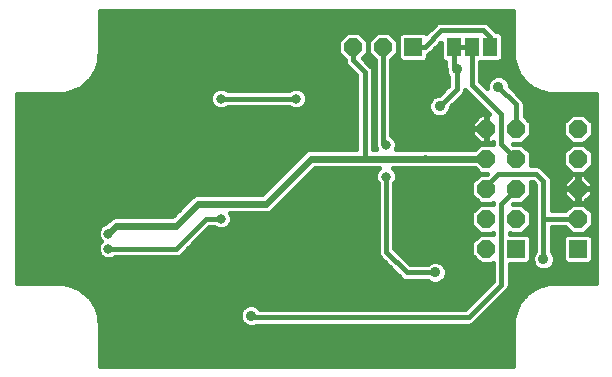
<source format=gbl>
G75*
G70*
%OFA0B0*%
%FSLAX24Y24*%
%IPPOS*%
%LPD*%
%AMOC8*
5,1,8,0,0,1.08239X$1,22.5*
%
%ADD10R,0.0600X0.0600*%
%ADD11OC8,0.0600*%
%ADD12R,0.0460X0.0630*%
%ADD13C,0.0160*%
%ADD14C,0.0320*%
%ADD15C,0.0240*%
%ADD16C,0.0356*%
D10*
X020739Y007519D03*
X022798Y007519D03*
X017302Y014243D03*
D11*
X016302Y014243D03*
X015302Y014243D03*
X019739Y011519D03*
X020739Y011519D03*
X020739Y010519D03*
X019739Y010519D03*
X019739Y009519D03*
X020739Y009519D03*
X020739Y008519D03*
X019739Y008519D03*
X019739Y007519D03*
X022798Y008519D03*
X022798Y009519D03*
X022798Y010519D03*
X022798Y011519D03*
D12*
X019855Y014243D03*
X019255Y014243D03*
X018655Y014243D03*
D13*
X006856Y004917D02*
X006856Y003617D01*
X020630Y003617D01*
X020630Y004917D01*
X020624Y004923D01*
X020630Y004999D01*
X020630Y005074D01*
X020635Y005080D01*
X020637Y005107D01*
X020629Y005121D01*
X020643Y005188D01*
X020648Y005256D01*
X020660Y005267D01*
X020668Y005302D01*
X020661Y005316D01*
X020685Y005381D01*
X020700Y005448D01*
X020713Y005456D01*
X020726Y005490D01*
X020721Y005505D01*
X020754Y005565D01*
X020778Y005630D01*
X020793Y005636D01*
X019955Y005636D01*
X019796Y005478D02*
X020721Y005478D01*
X020662Y005319D02*
X019638Y005319D01*
X019479Y005161D02*
X020637Y005161D01*
X020630Y005002D02*
X019321Y005002D01*
X019313Y004994D02*
X020476Y006158D01*
X020519Y006261D01*
X020519Y006372D01*
X020519Y007019D01*
X021122Y007019D01*
X021239Y007136D01*
X021239Y007902D01*
X021122Y008019D01*
X020519Y008019D01*
X020519Y008032D01*
X020532Y008019D01*
X020946Y008019D01*
X021239Y008312D01*
X021239Y008726D01*
X020946Y009019D01*
X021239Y009312D01*
X021239Y009726D01*
X021234Y009731D01*
X021284Y009731D01*
X021370Y009645D01*
X021370Y008463D01*
X021370Y007421D01*
X021330Y007381D01*
X021272Y007242D01*
X021272Y007091D01*
X021330Y006952D01*
X021436Y006846D01*
X021575Y006789D01*
X021726Y006789D01*
X021865Y006846D01*
X021971Y006952D01*
X022029Y007091D01*
X022029Y007242D01*
X021971Y007381D01*
X021930Y007421D01*
X021930Y008239D01*
X022371Y008239D01*
X022591Y008019D01*
X023005Y008019D01*
X023298Y008312D01*
X023298Y008726D01*
X023005Y009019D01*
X022591Y009019D01*
X022371Y008799D01*
X021930Y008799D01*
X021930Y009705D01*
X021930Y009817D01*
X021888Y009920D01*
X021559Y010249D01*
X021456Y010291D01*
X021345Y010291D01*
X021218Y010291D01*
X021239Y010312D01*
X021239Y010726D01*
X020946Y011019D01*
X021239Y011312D01*
X021239Y011726D01*
X021019Y011946D01*
X021019Y012272D01*
X021019Y012384D01*
X020976Y012487D01*
X020529Y012935D01*
X020529Y012992D01*
X020471Y013131D01*
X020365Y013237D01*
X020226Y013295D01*
X020075Y013295D01*
X019936Y013237D01*
X019830Y013131D01*
X019772Y012992D01*
X019772Y012864D01*
X019535Y013102D01*
X019535Y013728D01*
X019542Y013728D01*
X020168Y013728D01*
X020285Y013846D01*
X020285Y014641D01*
X020168Y014758D01*
X020075Y014758D01*
X019886Y014948D01*
X019807Y015026D01*
X019704Y015069D01*
X018180Y015069D01*
X018077Y015026D01*
X017998Y014948D01*
X017739Y014689D01*
X017685Y014743D01*
X016919Y014743D01*
X016802Y014626D01*
X016802Y013861D01*
X016919Y013743D01*
X017685Y013743D01*
X017802Y013861D01*
X017802Y013987D01*
X017848Y014006D01*
X017927Y014085D01*
X018225Y014383D01*
X018225Y013846D01*
X018342Y013728D01*
X018375Y013728D01*
X018375Y013651D01*
X018375Y013539D01*
X018384Y013517D01*
X018384Y013412D01*
X018442Y013273D01*
X018482Y013233D01*
X018482Y012959D01*
X018170Y012647D01*
X018113Y012647D01*
X017974Y012590D01*
X017867Y012483D01*
X017810Y012344D01*
X017810Y012194D01*
X017867Y012055D01*
X017974Y011949D01*
X018113Y011891D01*
X018263Y011891D01*
X018402Y011949D01*
X018508Y012055D01*
X018566Y012194D01*
X018566Y012251D01*
X018921Y012606D01*
X019000Y012685D01*
X019042Y012788D01*
X019042Y012803D01*
X019846Y011999D01*
X019759Y011999D01*
X019759Y011539D01*
X019719Y011539D01*
X019719Y011499D01*
X019759Y011499D01*
X019759Y011039D01*
X019938Y011039D01*
X019959Y011060D01*
X019959Y011006D01*
X019946Y011019D01*
X019532Y011019D01*
X019352Y010839D01*
X017774Y010839D01*
X017733Y010854D01*
X017621Y010850D01*
X017598Y010839D01*
X016732Y010839D01*
X016760Y010908D01*
X016760Y011051D01*
X016706Y011183D01*
X016604Y011284D01*
X016582Y011294D01*
X016582Y013816D01*
X016802Y014036D01*
X016802Y014451D01*
X016509Y014743D01*
X016095Y014743D01*
X015802Y014451D01*
X015509Y014743D01*
X015095Y014743D01*
X014802Y014451D01*
X014802Y014036D01*
X015022Y013816D01*
X015022Y013749D01*
X015065Y013646D01*
X015410Y013301D01*
X015410Y010839D01*
X013964Y010839D01*
X013837Y010839D01*
X013719Y010790D01*
X012268Y009339D01*
X010214Y009339D01*
X010087Y009339D01*
X009969Y009290D01*
X009268Y008589D01*
X007464Y008589D01*
X007337Y008589D01*
X007219Y008540D01*
X007043Y008364D01*
X006947Y008324D01*
X006845Y008223D01*
X006790Y008091D01*
X006790Y007947D01*
X006845Y007815D01*
X006891Y007769D01*
X006845Y007723D01*
X006790Y007591D01*
X006790Y007447D01*
X006845Y007315D01*
X006947Y007214D01*
X007079Y007159D01*
X007222Y007159D01*
X007354Y007214D01*
X007380Y007239D01*
X009345Y007239D01*
X009456Y007239D01*
X009559Y007282D01*
X010516Y008239D01*
X010671Y008239D01*
X010697Y008214D01*
X010829Y008159D01*
X010972Y008159D01*
X011104Y008214D01*
X011206Y008315D01*
X011260Y008447D01*
X011260Y008591D01*
X011216Y008699D01*
X012464Y008699D01*
X012582Y008748D01*
X012672Y008838D01*
X014033Y010199D01*
X015837Y010199D01*
X016174Y010199D01*
X016095Y010121D01*
X016040Y009988D01*
X016040Y009845D01*
X016095Y009713D01*
X016120Y009688D01*
X016120Y007361D01*
X016163Y007258D01*
X016242Y007179D01*
X016937Y006484D01*
X017040Y006442D01*
X017151Y006442D01*
X017785Y006442D01*
X017825Y006401D01*
X017964Y006344D01*
X018115Y006344D01*
X018254Y006401D01*
X018360Y006508D01*
X018418Y006647D01*
X018418Y006797D01*
X018360Y006936D01*
X018254Y007042D01*
X018115Y007100D01*
X017964Y007100D01*
X017825Y007042D01*
X017785Y007002D01*
X017211Y007002D01*
X016680Y007533D01*
X016680Y009688D01*
X016706Y009713D01*
X016760Y009845D01*
X016760Y009988D01*
X016706Y010121D01*
X016627Y010199D01*
X017768Y010199D01*
X019352Y010199D01*
X019532Y010019D01*
X019239Y009726D01*
X019239Y009312D01*
X019532Y009019D01*
X019239Y008726D01*
X019239Y008312D01*
X019532Y008019D01*
X019239Y007726D01*
X019239Y007312D01*
X019532Y007019D01*
X019946Y007019D01*
X019959Y007032D01*
X019959Y006432D01*
X019038Y005512D01*
X012208Y005512D01*
X012115Y005605D01*
X011976Y005663D01*
X011825Y005663D01*
X011686Y005605D01*
X011580Y005499D01*
X011522Y005360D01*
X011522Y005210D01*
X011580Y005071D01*
X011686Y004964D01*
X011825Y004907D01*
X011976Y004907D01*
X012089Y004954D01*
X012095Y004952D01*
X012121Y004952D01*
X012147Y004946D01*
X012176Y004952D01*
X019099Y004952D01*
X019210Y004952D01*
X019313Y004994D01*
X019154Y005232D02*
X020239Y006316D01*
X020239Y009019D01*
X020739Y009519D01*
X021239Y009441D02*
X021370Y009441D01*
X021370Y009283D02*
X021210Y009283D01*
X021051Y009124D02*
X021370Y009124D01*
X021370Y008966D02*
X020999Y008966D01*
X020946Y009019D02*
X020635Y009019D01*
X020635Y009019D01*
X020946Y009019D01*
X021158Y008807D02*
X021370Y008807D01*
X021370Y008649D02*
X021239Y008649D01*
X021239Y008490D02*
X021370Y008490D01*
X021370Y008332D02*
X021239Y008332D01*
X021370Y008173D02*
X021100Y008173D01*
X021126Y008014D02*
X021370Y008014D01*
X021370Y007856D02*
X021239Y007856D01*
X021239Y007697D02*
X021370Y007697D01*
X021370Y007539D02*
X021239Y007539D01*
X021239Y007380D02*
X021330Y007380D01*
X021272Y007222D02*
X021239Y007222D01*
X021284Y007063D02*
X021166Y007063D01*
X021378Y006905D02*
X020519Y006905D01*
X020519Y006746D02*
X023386Y006746D01*
X023386Y006588D02*
X020519Y006588D01*
X020519Y006429D02*
X023386Y006429D01*
X023386Y006373D02*
X022085Y006373D01*
X022079Y006378D01*
X022004Y006373D01*
X021928Y006373D01*
X021922Y006367D01*
X021895Y006365D01*
X021881Y006374D01*
X021814Y006359D01*
X021746Y006354D01*
X021735Y006342D01*
X021700Y006334D01*
X021686Y006341D01*
X021622Y006317D01*
X021554Y006303D01*
X021546Y006289D01*
X021513Y006276D01*
X021497Y006281D01*
X021437Y006248D01*
X021373Y006224D01*
X021366Y006209D01*
X021335Y006193D01*
X021319Y006195D01*
X021264Y006154D01*
X021204Y006121D01*
X021199Y006105D01*
X021171Y006084D01*
X021154Y006084D01*
X021106Y006036D01*
X021051Y005995D01*
X021049Y005978D01*
X021024Y005953D01*
X020272Y005953D01*
X020114Y005795D02*
X020879Y005795D01*
X020881Y005799D02*
X020848Y005738D01*
X020807Y005684D01*
X020810Y005667D01*
X020793Y005636D01*
X020881Y005799D02*
X020897Y005803D01*
X020918Y005832D01*
X020918Y005848D01*
X020967Y005896D01*
X021008Y005951D01*
X021024Y005953D01*
X021201Y006112D02*
X020431Y006112D01*
X020519Y006270D02*
X021478Y006270D01*
X021923Y006905D02*
X023386Y006905D01*
X023386Y007063D02*
X023225Y007063D01*
X023181Y007019D02*
X023298Y007136D01*
X023298Y007902D01*
X023181Y008019D01*
X022415Y008019D01*
X022298Y007902D01*
X022298Y007136D01*
X022415Y007019D01*
X023181Y007019D01*
X023298Y007222D02*
X023386Y007222D01*
X023386Y007380D02*
X023298Y007380D01*
X023298Y007539D02*
X023386Y007539D01*
X023386Y007697D02*
X023298Y007697D01*
X023298Y007856D02*
X023386Y007856D01*
X023386Y008014D02*
X023186Y008014D01*
X023159Y008173D02*
X023386Y008173D01*
X023386Y008332D02*
X023298Y008332D01*
X023298Y008490D02*
X023386Y008490D01*
X023386Y008649D02*
X023298Y008649D01*
X023217Y008807D02*
X023386Y008807D01*
X023386Y008966D02*
X023059Y008966D01*
X022997Y009039D02*
X023278Y009320D01*
X023278Y009499D01*
X022818Y009499D01*
X022818Y009039D01*
X022997Y009039D01*
X023082Y009124D02*
X023386Y009124D01*
X023386Y009283D02*
X023241Y009283D01*
X023278Y009441D02*
X023386Y009441D01*
X023278Y009539D02*
X023278Y009718D01*
X022997Y009999D01*
X022818Y009999D01*
X022818Y009539D01*
X022778Y009539D01*
X022778Y009499D01*
X022318Y009499D01*
X022318Y009320D01*
X022599Y009039D01*
X022778Y009039D01*
X022778Y009499D01*
X022818Y009499D01*
X022818Y009539D01*
X023278Y009539D01*
X023278Y009600D02*
X023386Y009600D01*
X023386Y009758D02*
X023237Y009758D01*
X023386Y009917D02*
X023079Y009917D01*
X023005Y010019D02*
X023298Y010312D01*
X023298Y010726D01*
X023005Y011019D01*
X022591Y011019D01*
X022298Y010726D01*
X022298Y010312D01*
X022591Y010019D01*
X023005Y010019D01*
X023062Y010076D02*
X023386Y010076D01*
X023386Y010234D02*
X023220Y010234D01*
X023298Y010393D02*
X023386Y010393D01*
X023386Y010551D02*
X023298Y010551D01*
X023298Y010710D02*
X023386Y010710D01*
X023386Y010868D02*
X023156Y010868D01*
X023005Y011019D02*
X023298Y011312D01*
X023298Y011726D01*
X023005Y012019D01*
X022591Y012019D01*
X022298Y011726D01*
X022298Y011312D01*
X022591Y011019D01*
X023005Y011019D01*
X023013Y011027D02*
X023386Y011027D01*
X023386Y011185D02*
X023171Y011185D01*
X023298Y011344D02*
X023386Y011344D01*
X023386Y011502D02*
X023298Y011502D01*
X023298Y011661D02*
X023386Y011661D01*
X023386Y011819D02*
X023205Y011819D01*
X023046Y011978D02*
X023386Y011978D01*
X023386Y012137D02*
X021019Y012137D01*
X021019Y012295D02*
X023386Y012295D01*
X023386Y012454D02*
X020990Y012454D01*
X020851Y012612D02*
X023386Y012612D01*
X023386Y012666D02*
X023386Y006373D01*
X022371Y007063D02*
X022017Y007063D01*
X022029Y007222D02*
X022298Y007222D01*
X022298Y007380D02*
X021971Y007380D01*
X021930Y007539D02*
X022298Y007539D01*
X022298Y007697D02*
X021930Y007697D01*
X021930Y007856D02*
X022298Y007856D01*
X022411Y008014D02*
X021930Y008014D01*
X021930Y008173D02*
X022437Y008173D01*
X022798Y008519D02*
X021650Y008519D01*
X021650Y009761D01*
X021400Y010011D01*
X020150Y010011D01*
X019739Y009600D01*
X019739Y009519D01*
X019239Y009441D02*
X016680Y009441D01*
X016680Y009283D02*
X019268Y009283D01*
X019427Y009124D02*
X016680Y009124D01*
X016680Y008966D02*
X019479Y008966D01*
X019532Y009019D02*
X019946Y009019D01*
X019959Y009006D01*
X019959Y009032D01*
X019946Y009019D01*
X019532Y009019D01*
X019320Y008807D02*
X016680Y008807D01*
X016680Y008649D02*
X019239Y008649D01*
X019239Y008490D02*
X016680Y008490D01*
X016680Y008332D02*
X019239Y008332D01*
X019378Y008173D02*
X016680Y008173D01*
X016680Y008014D02*
X019527Y008014D01*
X019532Y008019D02*
X019946Y008019D01*
X019959Y008006D01*
X019959Y008032D01*
X019946Y008019D01*
X019532Y008019D01*
X019369Y007856D02*
X016680Y007856D01*
X016680Y007697D02*
X019239Y007697D01*
X019239Y007539D02*
X016680Y007539D01*
X016833Y007380D02*
X019239Y007380D01*
X019329Y007222D02*
X016991Y007222D01*
X017150Y007063D02*
X017876Y007063D01*
X018203Y007063D02*
X019488Y007063D01*
X019959Y006905D02*
X018373Y006905D01*
X018418Y006746D02*
X019959Y006746D01*
X019959Y006588D02*
X018393Y006588D01*
X018281Y006429D02*
X019956Y006429D01*
X019797Y006270D02*
X006008Y006270D01*
X005989Y006281D02*
X005973Y006276D01*
X005940Y006289D01*
X005931Y006303D01*
X005864Y006317D01*
X005800Y006341D01*
X005786Y006334D01*
X005751Y006342D01*
X005740Y006354D01*
X005672Y006359D01*
X005605Y006374D01*
X005591Y006365D01*
X005564Y006367D01*
X005558Y006373D01*
X005482Y006373D01*
X005407Y006378D01*
X005401Y006373D01*
X004100Y006373D01*
X004100Y012666D01*
X005401Y012666D01*
X005407Y012660D01*
X005482Y012666D01*
X005558Y012666D01*
X005564Y012671D01*
X005591Y012673D01*
X005605Y012664D01*
X005672Y012679D01*
X005740Y012684D01*
X005751Y012696D01*
X005786Y012704D01*
X005800Y012697D01*
X005864Y012721D01*
X005931Y012736D01*
X005940Y012749D01*
X005973Y012762D01*
X005989Y012757D01*
X006049Y012790D01*
X006113Y012814D01*
X006120Y012829D01*
X006151Y012846D01*
X006167Y012843D01*
X006222Y012884D01*
X006282Y012917D01*
X006287Y012933D01*
X006315Y012954D01*
X006332Y012954D01*
X006380Y013002D01*
X006435Y013044D01*
X006437Y013060D01*
X006462Y013085D01*
X006478Y013087D01*
X006519Y013142D01*
X006568Y013190D01*
X006568Y013207D01*
X006589Y013235D01*
X006605Y013240D01*
X006637Y013300D01*
X006679Y013354D01*
X006676Y013371D01*
X006693Y013402D01*
X006708Y013408D01*
X006732Y013473D01*
X006765Y013533D01*
X006760Y013548D01*
X006773Y013582D01*
X006786Y013590D01*
X006801Y013657D01*
X006825Y013722D01*
X015033Y013722D01*
X014958Y013881D02*
X006849Y013881D01*
X006843Y013850D02*
X006857Y013917D01*
X006849Y013931D01*
X006850Y013958D01*
X006856Y013964D01*
X006856Y014039D01*
X014802Y014039D01*
X014802Y014198D02*
X006856Y014198D01*
X006856Y014121D02*
X006856Y015421D01*
X020630Y015421D01*
X020630Y014121D01*
X020624Y014115D01*
X020630Y014039D01*
X020285Y014039D01*
X020285Y013881D02*
X020636Y013881D01*
X020643Y013850D02*
X020648Y013782D01*
X020660Y013771D01*
X020668Y013736D01*
X020661Y013722D01*
X019535Y013722D01*
X019535Y013563D02*
X020720Y013563D01*
X020726Y013548D02*
X020721Y013533D01*
X020754Y013473D01*
X020778Y013408D01*
X020793Y013402D01*
X020810Y013371D01*
X020807Y013354D01*
X020848Y013300D01*
X020881Y013240D01*
X020897Y013235D01*
X020918Y013207D01*
X020918Y013190D01*
X020967Y013142D01*
X021008Y013087D01*
X021024Y013085D01*
X021049Y013060D01*
X021051Y013044D01*
X021106Y013002D01*
X021154Y012954D01*
X021171Y012954D01*
X021199Y012933D01*
X021204Y012917D01*
X021264Y012884D01*
X021319Y012843D01*
X021335Y012846D01*
X021366Y012829D01*
X021373Y012814D01*
X021437Y012790D01*
X021497Y012757D01*
X021513Y012762D01*
X021546Y012749D01*
X021554Y012736D01*
X021621Y012721D01*
X021686Y012697D01*
X021700Y012704D01*
X021735Y012696D01*
X021746Y012684D01*
X021814Y012679D01*
X021881Y012664D01*
X021895Y012673D01*
X021922Y012671D01*
X021928Y012666D01*
X022004Y012666D01*
X022079Y012660D01*
X022085Y012666D01*
X023386Y012666D01*
X022550Y011978D02*
X021019Y011978D01*
X021146Y011819D02*
X022391Y011819D01*
X022298Y011661D02*
X021239Y011661D01*
X021239Y011502D02*
X022298Y011502D01*
X022298Y011344D02*
X021239Y011344D01*
X021112Y011185D02*
X022425Y011185D01*
X022583Y011027D02*
X020954Y011027D01*
X020946Y011019D02*
X020635Y011019D01*
X020635Y011019D01*
X020946Y011019D01*
X021097Y010868D02*
X022440Y010868D01*
X022298Y010710D02*
X021239Y010710D01*
X021239Y010551D02*
X022298Y010551D01*
X022298Y010393D02*
X021239Y010393D01*
X021574Y010234D02*
X022376Y010234D01*
X022535Y010076D02*
X021732Y010076D01*
X021889Y009917D02*
X022517Y009917D01*
X022599Y009999D02*
X022318Y009718D01*
X022318Y009539D01*
X022778Y009539D01*
X022778Y009999D01*
X022599Y009999D01*
X022778Y009917D02*
X022818Y009917D01*
X022818Y009758D02*
X022778Y009758D01*
X022778Y009600D02*
X022818Y009600D01*
X022818Y009441D02*
X022778Y009441D01*
X022778Y009283D02*
X022818Y009283D01*
X022818Y009124D02*
X022778Y009124D01*
X022514Y009124D02*
X021930Y009124D01*
X021930Y008966D02*
X022538Y008966D01*
X022379Y008807D02*
X021930Y008807D01*
X021650Y008519D02*
X021650Y007167D01*
X019959Y008014D02*
X019951Y008014D01*
X018039Y006722D02*
X017095Y006722D01*
X016400Y007417D01*
X016400Y009917D01*
X016040Y009917D02*
X013751Y009917D01*
X013909Y010076D02*
X016077Y010076D01*
X016076Y009758D02*
X013592Y009758D01*
X013434Y009600D02*
X016120Y009600D01*
X016120Y009441D02*
X013275Y009441D01*
X013117Y009283D02*
X016120Y009283D01*
X016120Y009124D02*
X012958Y009124D01*
X012800Y008966D02*
X016120Y008966D01*
X016120Y008807D02*
X012641Y008807D01*
X012370Y009441D02*
X004100Y009441D01*
X004100Y009283D02*
X009962Y009283D01*
X009803Y009124D02*
X004100Y009124D01*
X004100Y008966D02*
X009645Y008966D01*
X009486Y008807D02*
X004100Y008807D01*
X004100Y008649D02*
X009327Y008649D01*
X010400Y008519D02*
X010900Y008519D01*
X011236Y008649D02*
X016120Y008649D01*
X016120Y008490D02*
X011260Y008490D01*
X011212Y008332D02*
X016120Y008332D01*
X016120Y008173D02*
X011006Y008173D01*
X010795Y008173D02*
X010450Y008173D01*
X010292Y008014D02*
X016120Y008014D01*
X016120Y007856D02*
X010133Y007856D01*
X009975Y007697D02*
X016120Y007697D01*
X016120Y007539D02*
X009816Y007539D01*
X009658Y007380D02*
X016120Y007380D01*
X016199Y007222D02*
X007362Y007222D01*
X007150Y007519D02*
X009400Y007519D01*
X010400Y008519D01*
X012529Y009600D02*
X004100Y009600D01*
X004100Y009758D02*
X012687Y009758D01*
X012846Y009917D02*
X004100Y009917D01*
X004100Y010076D02*
X013004Y010076D01*
X013163Y010234D02*
X004100Y010234D01*
X004100Y010393D02*
X013321Y010393D01*
X013480Y010551D02*
X004100Y010551D01*
X004100Y010710D02*
X013639Y010710D01*
X015410Y010868D02*
X004100Y010868D01*
X004100Y011027D02*
X015410Y011027D01*
X015410Y011185D02*
X004100Y011185D01*
X004100Y011344D02*
X015410Y011344D01*
X015410Y011502D02*
X004100Y011502D01*
X004100Y011661D02*
X015410Y011661D01*
X015410Y011819D02*
X004100Y011819D01*
X004100Y011978D02*
X015410Y011978D01*
X015410Y012137D02*
X004100Y012137D01*
X004100Y012295D02*
X010615Y012295D01*
X010595Y012315D02*
X010697Y012214D01*
X010829Y012159D01*
X010972Y012159D01*
X011104Y012214D01*
X011130Y012239D01*
X013171Y012239D01*
X013197Y012214D01*
X013329Y012159D01*
X013472Y012159D01*
X013604Y012214D01*
X013706Y012315D01*
X013760Y012447D01*
X013760Y012591D01*
X013706Y012723D01*
X013604Y012824D01*
X013472Y012879D01*
X013329Y012879D01*
X013197Y012824D01*
X013171Y012799D01*
X011130Y012799D01*
X011104Y012824D01*
X010972Y012879D01*
X010829Y012879D01*
X010697Y012824D01*
X010595Y012723D01*
X010540Y012591D01*
X010540Y012447D01*
X010595Y012315D01*
X010540Y012454D02*
X004100Y012454D01*
X004100Y012612D02*
X010549Y012612D01*
X010643Y012771D02*
X006014Y012771D01*
X006286Y012929D02*
X015410Y012929D01*
X015410Y012771D02*
X013658Y012771D01*
X013752Y012612D02*
X015410Y012612D01*
X015410Y012454D02*
X013760Y012454D01*
X013686Y012295D02*
X015410Y012295D01*
X015970Y012295D02*
X016022Y012295D01*
X016022Y012137D02*
X015970Y012137D01*
X015970Y011978D02*
X016022Y011978D01*
X016022Y011819D02*
X015970Y011819D01*
X015970Y011661D02*
X016022Y011661D01*
X016022Y011502D02*
X015970Y011502D01*
X015970Y011344D02*
X016022Y011344D01*
X016022Y011185D02*
X015970Y011185D01*
X016022Y011133D02*
X016022Y011022D01*
X016040Y010977D01*
X016040Y010908D01*
X016069Y010839D01*
X015970Y010839D01*
X015970Y013472D01*
X015927Y013575D01*
X015848Y013654D01*
X015634Y013868D01*
X015802Y014036D01*
X015802Y014451D01*
X015802Y014036D01*
X016022Y013816D01*
X016022Y011133D01*
X016022Y011027D02*
X015970Y011027D01*
X015970Y010868D02*
X016057Y010868D01*
X016302Y011078D02*
X016400Y010979D01*
X016302Y011078D02*
X016302Y014243D01*
X015958Y013881D02*
X015646Y013881D01*
X015780Y013722D02*
X016022Y013722D01*
X016022Y013563D02*
X015932Y013563D01*
X015970Y013405D02*
X016022Y013405D01*
X016022Y013246D02*
X015970Y013246D01*
X015970Y013088D02*
X016022Y013088D01*
X016022Y012929D02*
X015970Y012929D01*
X015970Y012771D02*
X016022Y012771D01*
X016022Y012612D02*
X015970Y012612D01*
X015970Y012454D02*
X016022Y012454D01*
X016582Y012454D02*
X017855Y012454D01*
X017810Y012295D02*
X016582Y012295D01*
X016582Y012137D02*
X017833Y012137D01*
X017944Y011978D02*
X016582Y011978D01*
X016582Y011819D02*
X019361Y011819D01*
X019259Y011718D02*
X019259Y011539D01*
X019719Y011539D01*
X019719Y011999D01*
X019540Y011999D01*
X019259Y011718D01*
X019259Y011661D02*
X016582Y011661D01*
X016582Y011502D02*
X019719Y011502D01*
X019719Y011499D02*
X019259Y011499D01*
X019259Y011320D01*
X019540Y011039D01*
X019719Y011039D01*
X019719Y011499D01*
X019719Y011344D02*
X019759Y011344D01*
X019759Y011185D02*
X019719Y011185D01*
X019959Y011027D02*
X016760Y011027D01*
X016744Y010868D02*
X019381Y010868D01*
X019394Y011185D02*
X016703Y011185D01*
X016582Y011344D02*
X019259Y011344D01*
X019719Y011661D02*
X019759Y011661D01*
X019759Y011819D02*
X019719Y011819D01*
X019719Y011978D02*
X019759Y011978D01*
X019708Y012137D02*
X018542Y012137D01*
X018610Y012295D02*
X019550Y012295D01*
X019391Y012454D02*
X018768Y012454D01*
X018927Y012612D02*
X019233Y012612D01*
X019074Y012771D02*
X019035Y012771D01*
X018762Y012843D02*
X018762Y013488D01*
X018655Y013595D01*
X018655Y014243D01*
X018774Y014239D01*
X018861Y014234D02*
X019255Y014234D01*
X019255Y014243D02*
X019255Y012986D01*
X020239Y012002D01*
X020239Y011019D01*
X020739Y010519D01*
X019762Y010019D02*
X019762Y010019D01*
X019532Y010019D01*
X019762Y010019D01*
X019475Y010076D02*
X016724Y010076D01*
X016760Y009917D02*
X019430Y009917D01*
X019271Y009758D02*
X016725Y009758D01*
X016680Y009600D02*
X019239Y009600D01*
X017832Y010519D02*
X017688Y010572D01*
X015900Y010519D02*
X015690Y010519D01*
X015690Y013417D01*
X015302Y013804D01*
X015302Y014243D01*
X015802Y014198D02*
X015802Y014198D01*
X015802Y014356D02*
X015802Y014356D01*
X015738Y014515D02*
X015866Y014515D01*
X016025Y014673D02*
X015579Y014673D01*
X015025Y014673D02*
X006856Y014673D01*
X006856Y014515D02*
X014866Y014515D01*
X014802Y014356D02*
X006856Y014356D01*
X006856Y014121D02*
X006862Y014115D01*
X006856Y014039D01*
X006843Y013850D02*
X006838Y013782D01*
X006826Y013771D01*
X006818Y013736D01*
X006825Y013722D01*
X006766Y013563D02*
X015147Y013563D01*
X015306Y013405D02*
X006700Y013405D01*
X006608Y013246D02*
X015410Y013246D01*
X015410Y013088D02*
X006479Y013088D01*
X006856Y014832D02*
X017882Y014832D01*
X017998Y014948D02*
X017998Y014948D01*
X018041Y014990D02*
X006856Y014990D01*
X006856Y015149D02*
X020630Y015149D01*
X020630Y015307D02*
X006856Y015307D01*
X010900Y012519D02*
X013400Y012519D01*
X015802Y014039D02*
X015802Y014039D01*
X016582Y013722D02*
X018375Y013722D01*
X018375Y013563D02*
X016582Y013563D01*
X016582Y013405D02*
X018387Y013405D01*
X018469Y013246D02*
X016582Y013246D01*
X016582Y013088D02*
X018482Y013088D01*
X018452Y012929D02*
X016582Y012929D01*
X016582Y012771D02*
X018294Y012771D01*
X018028Y012612D02*
X016582Y012612D01*
X018188Y012269D02*
X018762Y012843D01*
X019549Y013088D02*
X019812Y013088D01*
X019772Y012929D02*
X019707Y012929D01*
X019535Y013246D02*
X019958Y013246D01*
X019535Y013405D02*
X020786Y013405D01*
X020726Y013548D02*
X020713Y013582D01*
X020700Y013590D01*
X020685Y013657D01*
X020661Y013722D01*
X020643Y013850D02*
X020629Y013917D01*
X020637Y013931D01*
X020635Y013958D01*
X020630Y013964D01*
X020630Y014039D01*
X020630Y014198D02*
X020285Y014198D01*
X020285Y014356D02*
X020630Y014356D01*
X020630Y014515D02*
X020285Y014515D01*
X020253Y014673D02*
X020630Y014673D01*
X020630Y014832D02*
X020002Y014832D01*
X019843Y014990D02*
X020630Y014990D01*
X019855Y014583D02*
X019649Y014789D01*
X018236Y014789D01*
X017690Y014243D01*
X017302Y014243D01*
X016802Y014198D02*
X016802Y014198D01*
X016802Y014356D02*
X016802Y014356D01*
X016802Y014515D02*
X016738Y014515D01*
X016849Y014673D02*
X016579Y014673D01*
X016802Y014039D02*
X016802Y014039D01*
X016802Y013881D02*
X016646Y013881D01*
X017802Y013881D02*
X018225Y013881D01*
X018225Y014039D02*
X017881Y014039D01*
X018040Y014198D02*
X018225Y014198D01*
X018225Y014356D02*
X018198Y014356D01*
X019855Y014243D02*
X019855Y014583D01*
X020343Y013246D02*
X020877Y013246D01*
X021007Y013088D02*
X020489Y013088D01*
X020534Y012929D02*
X021200Y012929D01*
X021472Y012771D02*
X020692Y012771D01*
X020739Y012328D02*
X020150Y012917D01*
X020739Y012328D02*
X020739Y011519D01*
X019519Y011978D02*
X018432Y011978D01*
X021930Y009758D02*
X022359Y009758D01*
X022318Y009600D02*
X021930Y009600D01*
X021930Y009441D02*
X022318Y009441D01*
X022356Y009283D02*
X021930Y009283D01*
X021370Y009600D02*
X021239Y009600D01*
X016834Y006588D02*
X004100Y006588D01*
X004100Y006746D02*
X016675Y006746D01*
X016517Y006905D02*
X004100Y006905D01*
X004100Y007063D02*
X016358Y007063D01*
X017797Y006429D02*
X004100Y006429D01*
X004100Y007222D02*
X006939Y007222D01*
X006818Y007380D02*
X004100Y007380D01*
X004100Y007539D02*
X006790Y007539D01*
X006835Y007697D02*
X004100Y007697D01*
X004100Y007856D02*
X006828Y007856D01*
X006790Y008014D02*
X004100Y008014D01*
X004100Y008173D02*
X006825Y008173D01*
X006964Y008332D02*
X004100Y008332D01*
X004100Y008490D02*
X007169Y008490D01*
X006113Y006224D02*
X006049Y006248D01*
X005989Y006281D01*
X006113Y006224D02*
X006120Y006209D01*
X006151Y006193D01*
X006167Y006195D01*
X006222Y006154D01*
X006282Y006121D01*
X006287Y006105D01*
X006315Y006084D01*
X006332Y006084D01*
X006380Y006036D01*
X006435Y005995D01*
X006437Y005978D01*
X006462Y005953D01*
X006478Y005951D01*
X006519Y005896D01*
X006568Y005848D01*
X006568Y005832D01*
X006589Y005803D01*
X006605Y005799D01*
X006637Y005738D01*
X006679Y005684D01*
X006676Y005667D01*
X006693Y005636D01*
X006708Y005630D01*
X006732Y005565D01*
X006765Y005505D01*
X006760Y005490D01*
X006773Y005456D01*
X006786Y005448D01*
X006801Y005381D01*
X006825Y005316D01*
X006818Y005302D01*
X006826Y005267D01*
X006838Y005256D01*
X006843Y005188D01*
X006857Y005121D01*
X006849Y005107D01*
X006851Y005080D01*
X006856Y005074D01*
X006856Y004999D01*
X006862Y004923D01*
X006856Y004917D01*
X006856Y004844D02*
X020630Y004844D01*
X020630Y004685D02*
X006856Y004685D01*
X006856Y004526D02*
X020630Y004526D01*
X020630Y004368D02*
X006856Y004368D01*
X006856Y004209D02*
X020630Y004209D01*
X020630Y004051D02*
X006856Y004051D01*
X006856Y003892D02*
X020630Y003892D01*
X020630Y003734D02*
X006856Y003734D01*
X006856Y005002D02*
X011648Y005002D01*
X011543Y005161D02*
X006849Y005161D01*
X006824Y005319D02*
X011522Y005319D01*
X011571Y005478D02*
X006765Y005478D01*
X006693Y005636D02*
X011761Y005636D01*
X012040Y005636D02*
X019163Y005636D01*
X019322Y005795D02*
X006607Y005795D01*
X006462Y005953D02*
X019480Y005953D01*
X019639Y006112D02*
X006285Y006112D01*
X011900Y005285D02*
X012150Y005232D01*
X019154Y005232D01*
D14*
X020436Y003810D03*
X023192Y006566D03*
X016400Y009917D03*
X016400Y010979D03*
X013400Y012519D03*
X014613Y013860D03*
X010900Y012519D03*
X010275Y012644D03*
X007135Y013728D03*
X007050Y015228D03*
X008650Y010519D03*
X010150Y010519D03*
X010900Y008519D03*
X013650Y008519D03*
X015150Y006769D03*
X013993Y005800D03*
X010007Y006019D03*
X008814Y005375D03*
X008150Y006269D03*
X007150Y007519D03*
X007150Y008019D03*
X005025Y008644D03*
X005025Y007269D03*
X004294Y006566D03*
X007050Y003810D03*
X023192Y012472D03*
X020436Y015228D03*
D15*
X019739Y010519D02*
X017832Y010519D01*
X015900Y010519D01*
X013900Y010519D01*
X012400Y009019D01*
X010150Y009019D01*
X009400Y008269D01*
X007400Y008269D01*
X007150Y008019D01*
D16*
X011900Y005285D03*
X018039Y006722D03*
X021650Y007167D03*
X018188Y012269D03*
X018762Y013488D03*
X020150Y012917D03*
M02*

</source>
